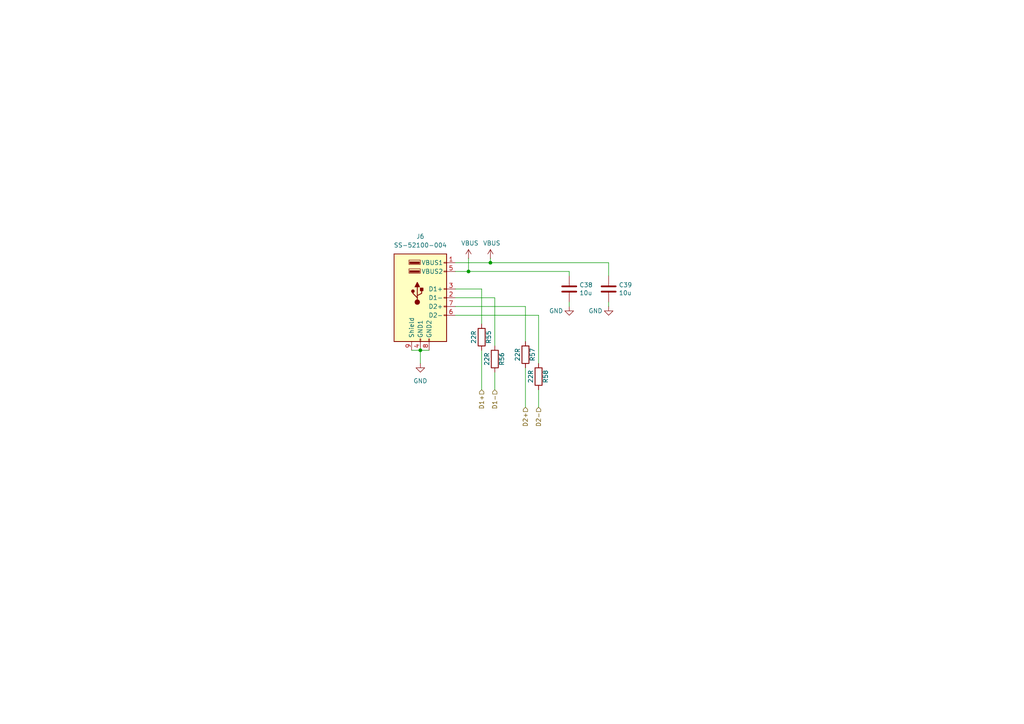
<source format=kicad_sch>
(kicad_sch (version 20250114) (generator "eeschema") (generator_version "9.0")
  (paper "A4")
  (title_block (title "MiniFRANK RM24") (date "2025-04-09") (rev "${VERSION}") (company "Mikhail Matveev") (comment 1 "https://github.com/xtremespb/frank"))
  (lib_symbols
    (symbol "Connector:USB_A_Stacked" (pin_names (offset 1.016))
      (property "Reference" "J" (at 0 15.875 0))
      (property "Value" "USB_A_Stacked" (at 0 13.97 0))
      (symbol "USB_A_Stacked_0_1"
        (rectangle (start -7.62 12.7) (end 7.62 -12.7) (stroke (width 0.254)) (fill (type background)))
        (circle (center -2.159 1.905) (radius 0.381) (stroke (width 0.254)) (fill (type outline)))
        (polyline (pts (xy -1.524 3.175) (xy -0.254 3.175) (xy -0.889 4.445) (xy -1.524 3.175)) (stroke (width 0.254)) (fill (type outline)))
        (polyline (pts (xy -0.889 0) (xy -0.889 0.635) (xy 0.381 1.27) (xy 0.381 2.54)) (stroke (width 0.254)))
        (polyline (pts (xy -0.889 -0.635) (xy -0.889 0) (xy -2.159 1.27) (xy -2.159 1.905)) (stroke (width 0.254)))
        (circle (center -0.889 -1.27) (radius 0.635) (stroke (width 0.254)) (fill (type outline)))
        (rectangle (start -0.254 9.906) (end -3.048 10.414) (fill (type outline)))
        (rectangle (start -0.254 7.366) (end -3.048 7.874) (fill (type outline)))
        (rectangle (start -0.127 -12.7) (end 0.127 -11.938))
        (rectangle (start 0 9.652) (end -3.302 10.922))
        (rectangle (start 0 7.112) (end -3.302 8.382))
        (rectangle (start 0 2.794) (end 0.762 2.032) (stroke (width 0.254)) (fill (type outline)))
        (rectangle (start 2.413 -12.7) (end 2.667 -11.938))
        (rectangle (start 7.62 10.033) (end 6.858 10.287))
        (rectangle (start 7.62 7.493) (end 6.858 7.747))
        (rectangle (start 7.62 2.413) (end 6.858 2.667))
        (rectangle (start 7.62 -0.127) (end 6.858 0.127))
        (rectangle (start 7.62 -2.667) (end 6.858 -2.413))
        (rectangle (start 7.62 -5.207) (end 6.858 -4.953))
      )
      (symbol "USB_A_Stacked_1_1"
        (polyline (pts (xy -0.889 0.635) (xy -0.889 3.175)) (stroke (width 0.254)))
        (pin passive line (at -2.54 -15.24 90) (length 2.54) (name "Shield") (number "9"))
        (pin power_in line (at 0 -15.24 90) (length 2.54) (name "GND1") (number "4"))
        (pin power_in line (at 2.54 -15.24 90) (length 2.54) (name "GND2") (number "8"))
        (pin power_in line (at 10.16 10.16 180) (length 2.54) (name "VBUS1") (number "1"))
        (pin power_in line (at 10.16 7.62 180) (length 2.54) (name "VBUS2") (number "5"))
        (pin bidirectional line (at 10.16 2.54 180) (length 2.54) (name "D1+") (number "3"))
        (pin bidirectional line (at 10.16 0 180) (length 2.54) (name "D1-") (number "2"))
        (pin bidirectional line (at 10.16 -2.54 180) (length 2.54) (name "D2+") (number "7"))
        (pin bidirectional line (at 10.16 -5.08 180) (length 2.54) (name "D2-") (number "6"))
      )
    )
    (symbol "Device:C" (pin_numbers (hide yes)) (pin_names (offset 0.254))
      (property "Reference" "C" (at 0.635 2.54 0))
      (property "Value" "C" (at 0.635 -2.54 0))
      (symbol "C_0_1"
        (polyline (pts (xy -2.032 0.762) (xy 2.032 0.762)) (stroke (width 0.508)))
        (polyline (pts (xy -2.032 -0.762) (xy 2.032 -0.762)) (stroke (width 0.508)))
      )
      (symbol "C_1_1"
        (pin passive line (at 0 3.81 270) (length 2.794) (name "~") (number "1"))
        (pin passive line (at 0 -3.81 90) (length 2.794) (name "~") (number "2"))
      )
    )
    (symbol "Device:R" (pin_numbers (hide yes)) (pin_names (offset 0))
      (property "Reference" "R" (at 2.032 0 90))
      (property "Value" "R" (at 0 0 90))
      (symbol "R_0_1"
        (rectangle (start -1.016 -2.54) (end 1.016 2.54) (stroke (width 0.254)))
      )
      (symbol "R_1_1"
        (pin passive line (at 0 3.81 270) (length 1.27) (name "~") (number "1"))
        (pin passive line (at 0 -3.81 90) (length 1.27) (name "~") (number "2"))
      )
    )
    (symbol "GND_1" (power) (pin_numbers (hide yes)) (pin_names (offset 0) (hide yes))
      (property "Value" "GND" (at 0 -3.81 0))
      (symbol "GND_1_0_1"
        (polyline (pts (xy 0 0) (xy 0 -1.27) (xy 1.27 -1.27) (xy 0 -2.54) (xy -1.27 -1.27) (xy 0 -1.27)))
      )
      (symbol "GND_1_1_1"
        (pin power_in line (at 0 0 270) (length 0) (name "~") (number "1"))
      )
    )
    (symbol "GND_2" (power) (pin_numbers (hide yes)) (pin_names (offset 0) (hide yes))
      (property "Value" "GND" (at 0 -3.81 0))
      (symbol "GND_2_0_1"
        (polyline (pts (xy 0 0) (xy 0 -1.27) (xy 1.27 -1.27) (xy 0 -2.54) (xy -1.27 -1.27) (xy 0 -1.27)))
      )
      (symbol "GND_2_1_1"
        (pin power_in line (at 0 0 270) (length 0) (name "~") (number "1"))
      )
    )
    (symbol "VBUS_1" (power) (pin_numbers (hide yes)) (pin_names (offset 0) (hide yes))
      (property "Value" "VBUS" (at 0 3.556 0))
      (symbol "VBUS_1_0_1"
        (polyline (pts (xy -0.762 1.27) (xy 0 2.54)))
        (polyline (pts (xy 0 2.54) (xy 0.762 1.27)))
        (polyline (pts (xy 0 0) (xy 0 2.54)))
      )
      (symbol "VBUS_1_1_1"
        (pin power_in line (at 0 0 90) (length 0) (name "~") (number "1"))
      )
    )
    (symbol "power:GND" (power) (pin_numbers (hide yes)) (pin_names (offset 0) (hide yes))
      (property "Value" "GND" (at 0 -3.81 0))
      (symbol "GND_0_1"
        (polyline (pts (xy 0 0) (xy 0 -1.27) (xy 1.27 -1.27) (xy 0 -2.54) (xy -1.27 -1.27) (xy 0 -1.27)))
      )
      (symbol "GND_1_1"
        (pin power_in line (at 0 0 270) (length 0) (name "~") (number "1"))
      )
    )
    (symbol "power:VBUS" (power) (pin_numbers (hide yes)) (pin_names (offset 0) (hide yes))
      (property "Value" "VBUS" (at 0 3.556 0))
      (symbol "VBUS_0_1"
        (polyline (pts (xy -0.762 1.27) (xy 0 2.54)))
        (polyline (pts (xy 0 2.54) (xy 0.762 1.27)))
        (polyline (pts (xy 0 0) (xy 0 2.54)))
      )
      (symbol "VBUS_1_1"
        (pin power_in line (at 0 0 90) (length 0) (name "~") (number "1"))
      )
    )
  )
  (junction (at 142.24 76.2))
  (junction (at 135.89 78.74))
  (junction (at 121.92 101.6))
  (wire (pts (xy 142.24 74.93) (xy 142.24 76.2)))
  (wire (pts (xy 139.7 83.82) (xy 139.7 93.98)))
  (wire (pts (xy 132.08 91.44) (xy 156.21 91.44)))
  (wire (pts (xy 132.08 88.9) (xy 152.4 88.9)))
  (wire (pts (xy 135.89 78.74) (xy 165.1 78.74)))
  (wire (pts (xy 139.7 101.6) (xy 139.7 113.03)))
  (wire (pts (xy 165.1 87.63) (xy 165.1 88.9)))
  (wire (pts (xy 156.21 91.44) (xy 156.21 105.41)))
  (wire (pts (xy 176.53 87.63) (xy 176.53 88.9)))
  (wire (pts (xy 119.38 101.6) (xy 121.92 101.6)))
  (wire (pts (xy 143.51 86.36) (xy 143.51 100.33)))
  (wire (pts (xy 152.4 106.68) (xy 152.4 118.11)))
  (wire (pts (xy 165.1 78.74) (xy 165.1 80.01)))
  (wire (pts (xy 121.92 101.6) (xy 121.92 105.41)))
  (wire (pts (xy 132.08 86.36) (xy 143.51 86.36)))
  (wire (pts (xy 176.53 80.01) (xy 176.53 76.2)))
  (wire (pts (xy 156.21 113.03) (xy 156.21 118.11)))
  (wire (pts (xy 121.92 101.6) (xy 124.46 101.6)))
  (wire (pts (xy 135.89 74.93) (xy 135.89 78.74)))
  (wire (pts (xy 142.24 76.2) (xy 176.53 76.2)))
  (wire (pts (xy 132.08 78.74) (xy 135.89 78.74)))
  (wire (pts (xy 143.51 107.95) (xy 143.51 113.03)))
  (wire (pts (xy 132.08 76.2) (xy 142.24 76.2)))
  (wire (pts (xy 132.08 83.82) (xy 139.7 83.82)))
  (wire (pts (xy 152.4 88.9) (xy 152.4 99.06)))
  (hierarchical_label "D2+" (shape input) (at 152.4 118.11 270))
  (hierarchical_label "D1-" (shape input) (at 143.51 113.03 270))
  (hierarchical_label "D1+" (shape input) (at 139.7 113.03 270))
  (hierarchical_label "D2-" (shape input) (at 156.21 118.11 270))
  (symbol (lib_id "Connector:USB_A_Stacked") (at 121.92 86.36 0) (unit 1)
    (property "Reference" "J6" (at 121.92 68.58 0))
    (property "Value" "SS-52100-004" (at 121.92 71.12 0))
    (property "Footprint" "FRANK:USB Type A (stacked)" (effects (hide yes)))
    (property "Datasheet" "https://www.belfuse.com/resources/datasheets/stewartconnector/ds-stw-usb-2.0-and-3.0-connectors.pdf" (effects (hide yes)))
    (property "Description" "USB Type A connector, stacked" (effects (hide yes)))
    (property "AliExpress" "https://www.aliexpress.com/item/1005007077769791.html" (effects (hide yes)))
  )
  (symbol (lib_id "Device:C") (at 165.1 83.82 0) (unit 1)
    (property "Reference" "C38" (at 168.021 82.6516 0) (effects (justify left)))
    (property "Value" "10u" (at 168.021 84.963 0) (effects (justify left)))
    (property "Footprint" "FRANK:Capacitor (0805)" (effects (hide yes)))
    (property "Datasheet" "https://eu.mouser.com/datasheet/2/447/KEM_C1075_X7R_HT_SMD-3316221.pdf" (effects (hide yes)))
    (property "AliExpress" "https://www.aliexpress.com/item/33008008276.html" (effects (hide yes)))
    (property "LCSC" "C1713" (effects (hide yes)))
  )
  (symbol (lib_id "Device:R") (at 143.51 104.14 0) (mirror x) (unit 1)
    (property "Reference" "R56" (at 145.542 104.14 90))
    (property "Value" "22R" (at 141.224 104.14 90))
    (property "Footprint" "FRANK:Resistor (0805)" (effects (hide yes)))
    (property "Datasheet" "https://www.vishay.com/docs/28952/mcs0402at-mct0603at-mcu0805at-mca1206at.pdf" (effects (hide yes)))
    (property "AliExpress" "https://www.aliexpress.com/item/1005005945735199.html" (effects (hide yes)))
    (property "LCSC" "C352241" (effects (hide yes)))
  )
  (symbol (lib_id "Device:C") (at 176.53 83.82 0) (unit 1)
    (property "Reference" "C39" (at 179.451 82.6516 0) (effects (justify left)))
    (property "Value" "10u" (at 179.451 84.963 0) (effects (justify left)))
    (property "Footprint" "FRANK:Capacitor (0805)" (effects (hide yes)))
    (property "Datasheet" "https://eu.mouser.com/datasheet/2/447/KEM_C1075_X7R_HT_SMD-3316221.pdf" (effects (hide yes)))
    (property "AliExpress" "https://www.aliexpress.com/item/33008008276.html" (effects (hide yes)))
    (property "LCSC" "C1713" (effects (hide yes)))
  )
  (symbol (lib_name "VBUS_1") (lib_id "power:VBUS") (at 135.89 74.93 0) (unit 1)
    (property "Reference" "#PWR063" (effects (hide yes)))
    (property "Value" "VBUS" (at 136.271 70.5358 0))
    (property "Description" "Power symbol creates a global label with name \"VBUS\"" (effects (hide yes)))
  )
  (symbol (lib_id "power:GND") (at 165.1 88.9 0) (unit 1)
    (property "Reference" "#PWR065" (effects (hide yes)))
    (property "Value" "GND" (at 161.29 90.17 0))
    (property "Description" "Power symbol creates a global label with name \"GND\" , ground" (effects (hide yes)))
  )
  (symbol (lib_id "Device:R") (at 152.4 102.87 0) (mirror x) (unit 1)
    (property "Reference" "R57" (at 154.432 102.87 90))
    (property "Value" "22R" (at 150.114 102.87 90))
    (property "Footprint" "FRANK:Resistor (0805)" (effects (hide yes)))
    (property "Datasheet" "https://www.vishay.com/docs/28952/mcs0402at-mct0603at-mcu0805at-mca1206at.pdf" (effects (hide yes)))
    (property "AliExpress" "https://www.aliexpress.com/item/1005005945735199.html" (effects (hide yes)))
    (property "LCSC" "C352241" (effects (hide yes)))
  )
  (symbol (lib_name "GND_2") (lib_id "power:GND") (at 176.53 88.9 0) (unit 1)
    (property "Reference" "#PWR066" (effects (hide yes)))
    (property "Value" "GND" (at 172.72 90.17 0))
    (property "Description" "Power symbol creates a global label with name \"GND\" , ground" (effects (hide yes)))
  )
  (symbol (lib_id "Device:R") (at 139.7 97.79 0) (mirror x) (unit 1)
    (property "Reference" "R55" (at 141.732 97.79 90))
    (property "Value" "22R" (at 137.414 97.79 90))
    (property "Footprint" "FRANK:Resistor (0805)" (effects (hide yes)))
    (property "Datasheet" "https://www.vishay.com/docs/28952/mcs0402at-mct0603at-mcu0805at-mca1206at.pdf" (effects (hide yes)))
    (property "AliExpress" "https://www.aliexpress.com/item/1005005945735199.html" (effects (hide yes)))
    (property "LCSC" "C352241" (effects (hide yes)))
  )
  (symbol (lib_id "power:VBUS") (at 142.24 74.93 0) (unit 1)
    (property "Reference" "#PWR064" (effects (hide yes)))
    (property "Value" "VBUS" (at 142.621 70.5358 0))
    (property "Description" "Power symbol creates a global label with name \"VBUS\"" (effects (hide yes)))
  )
  (symbol (lib_name "GND_1") (lib_id "power:GND") (at 121.92 105.41 0) (unit 1)
    (property "Reference" "#PWR067" (effects (hide yes)))
    (property "Value" "GND" (at 121.92 110.49 0))
    (property "Description" "Power symbol creates a global label with name \"GND\" , ground" (effects (hide yes)))
  )
  (symbol (lib_id "Device:R") (at 156.21 109.22 0) (mirror x) (unit 1)
    (property "Reference" "R58" (at 158.242 109.22 90))
    (property "Value" "22R" (at 153.924 109.22 90))
    (property "Footprint" "FRANK:Resistor (0805)" (effects (hide yes)))
    (property "Datasheet" "https://www.vishay.com/docs/28952/mcs0402at-mct0603at-mcu0805at-mca1206at.pdf" (effects (hide yes)))
    (property "AliExpress" "https://www.aliexpress.com/item/1005005945735199.html" (effects (hide yes)))
    (property "LCSC" "C352241" (effects (hide yes)))
  )
)
</source>
